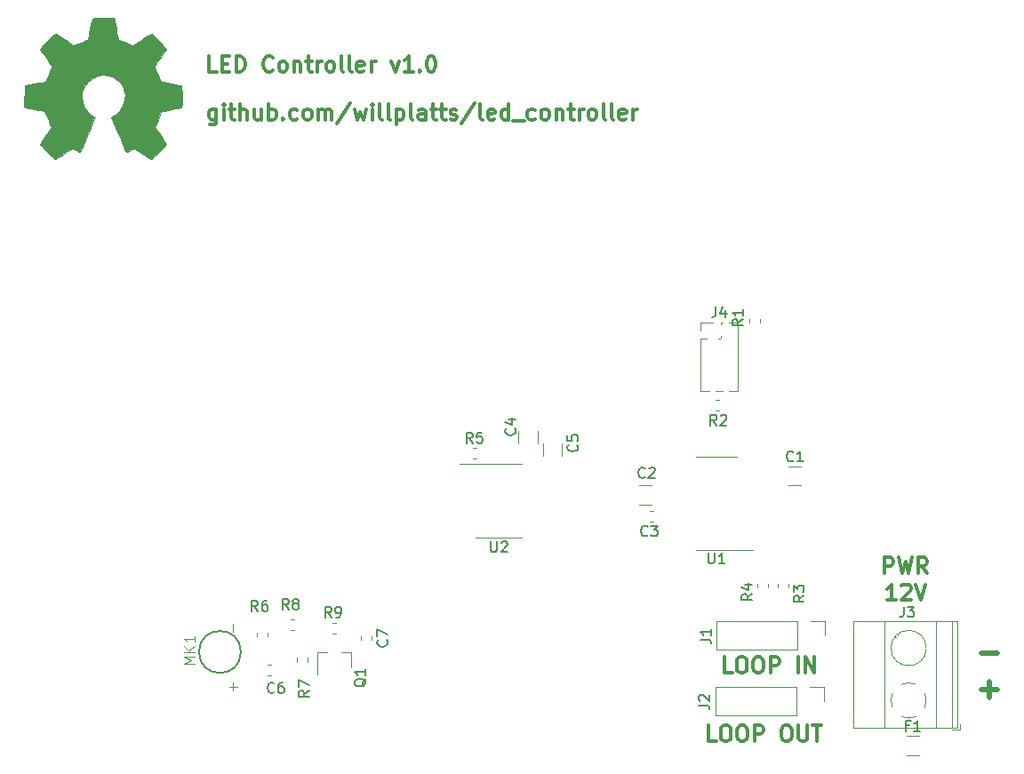
<source format=gto>
G04 #@! TF.GenerationSoftware,KiCad,Pcbnew,(5.1.2-1)-1*
G04 #@! TF.CreationDate,2019-08-17T07:29:06+01:00*
G04 #@! TF.ProjectId,led_controller,6c65645f-636f-46e7-9472-6f6c6c65722e,rev?*
G04 #@! TF.SameCoordinates,Original*
G04 #@! TF.FileFunction,Legend,Top*
G04 #@! TF.FilePolarity,Positive*
%FSLAX46Y46*%
G04 Gerber Fmt 4.6, Leading zero omitted, Abs format (unit mm)*
G04 Created by KiCad (PCBNEW (5.1.2-1)-1) date 2019-08-17 07:29:06*
%MOMM*%
%LPD*%
G04 APERTURE LIST*
%ADD10C,0.300000*%
%ADD11C,0.500000*%
%ADD12C,0.120000*%
%ADD13C,0.002540*%
%ADD14C,0.127000*%
%ADD15C,0.150000*%
%ADD16C,0.050000*%
G04 APERTURE END LIST*
D10*
X121064285Y-45903571D02*
X120349999Y-45903571D01*
X120349999Y-44403571D01*
X121564285Y-45117857D02*
X122064285Y-45117857D01*
X122278571Y-45903571D02*
X121564285Y-45903571D01*
X121564285Y-44403571D01*
X122278571Y-44403571D01*
X122921428Y-45903571D02*
X122921428Y-44403571D01*
X123278571Y-44403571D01*
X123492857Y-44475000D01*
X123635714Y-44617857D01*
X123707142Y-44760714D01*
X123778571Y-45046428D01*
X123778571Y-45260714D01*
X123707142Y-45546428D01*
X123635714Y-45689285D01*
X123492857Y-45832142D01*
X123278571Y-45903571D01*
X122921428Y-45903571D01*
X126421428Y-45760714D02*
X126349999Y-45832142D01*
X126135714Y-45903571D01*
X125992857Y-45903571D01*
X125778571Y-45832142D01*
X125635714Y-45689285D01*
X125564285Y-45546428D01*
X125492857Y-45260714D01*
X125492857Y-45046428D01*
X125564285Y-44760714D01*
X125635714Y-44617857D01*
X125778571Y-44475000D01*
X125992857Y-44403571D01*
X126135714Y-44403571D01*
X126349999Y-44475000D01*
X126421428Y-44546428D01*
X127278571Y-45903571D02*
X127135714Y-45832142D01*
X127064285Y-45760714D01*
X126992857Y-45617857D01*
X126992857Y-45189285D01*
X127064285Y-45046428D01*
X127135714Y-44975000D01*
X127278571Y-44903571D01*
X127492857Y-44903571D01*
X127635714Y-44975000D01*
X127707142Y-45046428D01*
X127778571Y-45189285D01*
X127778571Y-45617857D01*
X127707142Y-45760714D01*
X127635714Y-45832142D01*
X127492857Y-45903571D01*
X127278571Y-45903571D01*
X128421428Y-44903571D02*
X128421428Y-45903571D01*
X128421428Y-45046428D02*
X128492857Y-44975000D01*
X128635714Y-44903571D01*
X128849999Y-44903571D01*
X128992857Y-44975000D01*
X129064285Y-45117857D01*
X129064285Y-45903571D01*
X129564285Y-44903571D02*
X130135714Y-44903571D01*
X129778571Y-44403571D02*
X129778571Y-45689285D01*
X129849999Y-45832142D01*
X129992857Y-45903571D01*
X130135714Y-45903571D01*
X130635714Y-45903571D02*
X130635714Y-44903571D01*
X130635714Y-45189285D02*
X130707142Y-45046428D01*
X130778571Y-44975000D01*
X130921428Y-44903571D01*
X131064285Y-44903571D01*
X131778571Y-45903571D02*
X131635714Y-45832142D01*
X131564285Y-45760714D01*
X131492857Y-45617857D01*
X131492857Y-45189285D01*
X131564285Y-45046428D01*
X131635714Y-44975000D01*
X131778571Y-44903571D01*
X131992857Y-44903571D01*
X132135714Y-44975000D01*
X132207142Y-45046428D01*
X132278571Y-45189285D01*
X132278571Y-45617857D01*
X132207142Y-45760714D01*
X132135714Y-45832142D01*
X131992857Y-45903571D01*
X131778571Y-45903571D01*
X133135714Y-45903571D02*
X132992857Y-45832142D01*
X132921428Y-45689285D01*
X132921428Y-44403571D01*
X133921428Y-45903571D02*
X133778571Y-45832142D01*
X133707142Y-45689285D01*
X133707142Y-44403571D01*
X135064285Y-45832142D02*
X134921428Y-45903571D01*
X134635714Y-45903571D01*
X134492857Y-45832142D01*
X134421428Y-45689285D01*
X134421428Y-45117857D01*
X134492857Y-44975000D01*
X134635714Y-44903571D01*
X134921428Y-44903571D01*
X135064285Y-44975000D01*
X135135714Y-45117857D01*
X135135714Y-45260714D01*
X134421428Y-45403571D01*
X135778571Y-45903571D02*
X135778571Y-44903571D01*
X135778571Y-45189285D02*
X135850000Y-45046428D01*
X135921428Y-44975000D01*
X136064285Y-44903571D01*
X136207142Y-44903571D01*
X137707142Y-44903571D02*
X138064285Y-45903571D01*
X138421428Y-44903571D01*
X139778571Y-45903571D02*
X138921428Y-45903571D01*
X139350000Y-45903571D02*
X139350000Y-44403571D01*
X139207142Y-44617857D01*
X139064285Y-44760714D01*
X138921428Y-44832142D01*
X140421428Y-45760714D02*
X140492857Y-45832142D01*
X140421428Y-45903571D01*
X140350000Y-45832142D01*
X140421428Y-45760714D01*
X140421428Y-45903571D01*
X141421428Y-44403571D02*
X141564285Y-44403571D01*
X141707142Y-44475000D01*
X141778571Y-44546428D01*
X141850000Y-44689285D01*
X141921428Y-44975000D01*
X141921428Y-45332142D01*
X141850000Y-45617857D01*
X141778571Y-45760714D01*
X141707142Y-45832142D01*
X141564285Y-45903571D01*
X141421428Y-45903571D01*
X141278571Y-45832142D01*
X141207142Y-45760714D01*
X141135714Y-45617857D01*
X141064285Y-45332142D01*
X141064285Y-44975000D01*
X141135714Y-44689285D01*
X141207142Y-44546428D01*
X141278571Y-44475000D01*
X141421428Y-44403571D01*
X121032142Y-49453571D02*
X121032142Y-50667857D01*
X120960714Y-50810714D01*
X120889285Y-50882142D01*
X120746428Y-50953571D01*
X120532142Y-50953571D01*
X120389285Y-50882142D01*
X121032142Y-50382142D02*
X120889285Y-50453571D01*
X120603571Y-50453571D01*
X120460714Y-50382142D01*
X120389285Y-50310714D01*
X120317857Y-50167857D01*
X120317857Y-49739285D01*
X120389285Y-49596428D01*
X120460714Y-49525000D01*
X120603571Y-49453571D01*
X120889285Y-49453571D01*
X121032142Y-49525000D01*
X121746428Y-50453571D02*
X121746428Y-49453571D01*
X121746428Y-48953571D02*
X121675000Y-49025000D01*
X121746428Y-49096428D01*
X121817857Y-49025000D01*
X121746428Y-48953571D01*
X121746428Y-49096428D01*
X122246428Y-49453571D02*
X122817857Y-49453571D01*
X122460714Y-48953571D02*
X122460714Y-50239285D01*
X122532142Y-50382142D01*
X122675000Y-50453571D01*
X122817857Y-50453571D01*
X123317857Y-50453571D02*
X123317857Y-48953571D01*
X123960714Y-50453571D02*
X123960714Y-49667857D01*
X123889285Y-49525000D01*
X123746428Y-49453571D01*
X123532142Y-49453571D01*
X123389285Y-49525000D01*
X123317857Y-49596428D01*
X125317857Y-49453571D02*
X125317857Y-50453571D01*
X124675000Y-49453571D02*
X124675000Y-50239285D01*
X124746428Y-50382142D01*
X124889285Y-50453571D01*
X125103571Y-50453571D01*
X125246428Y-50382142D01*
X125317857Y-50310714D01*
X126032142Y-50453571D02*
X126032142Y-48953571D01*
X126032142Y-49525000D02*
X126175000Y-49453571D01*
X126460714Y-49453571D01*
X126603571Y-49525000D01*
X126675000Y-49596428D01*
X126746428Y-49739285D01*
X126746428Y-50167857D01*
X126675000Y-50310714D01*
X126603571Y-50382142D01*
X126460714Y-50453571D01*
X126175000Y-50453571D01*
X126032142Y-50382142D01*
X127389285Y-50310714D02*
X127460714Y-50382142D01*
X127389285Y-50453571D01*
X127317857Y-50382142D01*
X127389285Y-50310714D01*
X127389285Y-50453571D01*
X128746428Y-50382142D02*
X128603571Y-50453571D01*
X128317857Y-50453571D01*
X128175000Y-50382142D01*
X128103571Y-50310714D01*
X128032142Y-50167857D01*
X128032142Y-49739285D01*
X128103571Y-49596428D01*
X128175000Y-49525000D01*
X128317857Y-49453571D01*
X128603571Y-49453571D01*
X128746428Y-49525000D01*
X129603571Y-50453571D02*
X129460714Y-50382142D01*
X129389285Y-50310714D01*
X129317857Y-50167857D01*
X129317857Y-49739285D01*
X129389285Y-49596428D01*
X129460714Y-49525000D01*
X129603571Y-49453571D01*
X129817857Y-49453571D01*
X129960714Y-49525000D01*
X130032142Y-49596428D01*
X130103571Y-49739285D01*
X130103571Y-50167857D01*
X130032142Y-50310714D01*
X129960714Y-50382142D01*
X129817857Y-50453571D01*
X129603571Y-50453571D01*
X130746428Y-50453571D02*
X130746428Y-49453571D01*
X130746428Y-49596428D02*
X130817857Y-49525000D01*
X130960714Y-49453571D01*
X131175000Y-49453571D01*
X131317857Y-49525000D01*
X131389285Y-49667857D01*
X131389285Y-50453571D01*
X131389285Y-49667857D02*
X131460714Y-49525000D01*
X131603571Y-49453571D01*
X131817857Y-49453571D01*
X131960714Y-49525000D01*
X132032142Y-49667857D01*
X132032142Y-50453571D01*
X133817857Y-48882142D02*
X132532142Y-50810714D01*
X134175000Y-49453571D02*
X134460714Y-50453571D01*
X134746428Y-49739285D01*
X135032142Y-50453571D01*
X135317857Y-49453571D01*
X135889285Y-50453571D02*
X135889285Y-49453571D01*
X135889285Y-48953571D02*
X135817857Y-49025000D01*
X135889285Y-49096428D01*
X135960714Y-49025000D01*
X135889285Y-48953571D01*
X135889285Y-49096428D01*
X136817857Y-50453571D02*
X136675000Y-50382142D01*
X136603571Y-50239285D01*
X136603571Y-48953571D01*
X137603571Y-50453571D02*
X137460714Y-50382142D01*
X137389285Y-50239285D01*
X137389285Y-48953571D01*
X138175000Y-49453571D02*
X138175000Y-50953571D01*
X138175000Y-49525000D02*
X138317857Y-49453571D01*
X138603571Y-49453571D01*
X138746428Y-49525000D01*
X138817857Y-49596428D01*
X138889285Y-49739285D01*
X138889285Y-50167857D01*
X138817857Y-50310714D01*
X138746428Y-50382142D01*
X138603571Y-50453571D01*
X138317857Y-50453571D01*
X138175000Y-50382142D01*
X139746428Y-50453571D02*
X139603571Y-50382142D01*
X139532142Y-50239285D01*
X139532142Y-48953571D01*
X140960714Y-50453571D02*
X140960714Y-49667857D01*
X140889285Y-49525000D01*
X140746428Y-49453571D01*
X140460714Y-49453571D01*
X140317857Y-49525000D01*
X140960714Y-50382142D02*
X140817857Y-50453571D01*
X140460714Y-50453571D01*
X140317857Y-50382142D01*
X140246428Y-50239285D01*
X140246428Y-50096428D01*
X140317857Y-49953571D01*
X140460714Y-49882142D01*
X140817857Y-49882142D01*
X140960714Y-49810714D01*
X141460714Y-49453571D02*
X142032142Y-49453571D01*
X141675000Y-48953571D02*
X141675000Y-50239285D01*
X141746428Y-50382142D01*
X141889285Y-50453571D01*
X142032142Y-50453571D01*
X142317857Y-49453571D02*
X142889285Y-49453571D01*
X142532142Y-48953571D02*
X142532142Y-50239285D01*
X142603571Y-50382142D01*
X142746428Y-50453571D01*
X142889285Y-50453571D01*
X143317857Y-50382142D02*
X143460714Y-50453571D01*
X143746428Y-50453571D01*
X143889285Y-50382142D01*
X143960714Y-50239285D01*
X143960714Y-50167857D01*
X143889285Y-50025000D01*
X143746428Y-49953571D01*
X143532142Y-49953571D01*
X143389285Y-49882142D01*
X143317857Y-49739285D01*
X143317857Y-49667857D01*
X143389285Y-49525000D01*
X143532142Y-49453571D01*
X143746428Y-49453571D01*
X143889285Y-49525000D01*
X145675000Y-48882142D02*
X144389285Y-50810714D01*
X146389285Y-50453571D02*
X146246428Y-50382142D01*
X146175000Y-50239285D01*
X146175000Y-48953571D01*
X147532142Y-50382142D02*
X147389285Y-50453571D01*
X147103571Y-50453571D01*
X146960714Y-50382142D01*
X146889285Y-50239285D01*
X146889285Y-49667857D01*
X146960714Y-49525000D01*
X147103571Y-49453571D01*
X147389285Y-49453571D01*
X147532142Y-49525000D01*
X147603571Y-49667857D01*
X147603571Y-49810714D01*
X146889285Y-49953571D01*
X148889285Y-50453571D02*
X148889285Y-48953571D01*
X148889285Y-50382142D02*
X148746428Y-50453571D01*
X148460714Y-50453571D01*
X148317857Y-50382142D01*
X148246428Y-50310714D01*
X148175000Y-50167857D01*
X148175000Y-49739285D01*
X148246428Y-49596428D01*
X148317857Y-49525000D01*
X148460714Y-49453571D01*
X148746428Y-49453571D01*
X148889285Y-49525000D01*
X149246428Y-50596428D02*
X150389285Y-50596428D01*
X151389285Y-50382142D02*
X151246428Y-50453571D01*
X150960714Y-50453571D01*
X150817857Y-50382142D01*
X150746428Y-50310714D01*
X150675000Y-50167857D01*
X150675000Y-49739285D01*
X150746428Y-49596428D01*
X150817857Y-49525000D01*
X150960714Y-49453571D01*
X151246428Y-49453571D01*
X151389285Y-49525000D01*
X152246428Y-50453571D02*
X152103571Y-50382142D01*
X152032142Y-50310714D01*
X151960714Y-50167857D01*
X151960714Y-49739285D01*
X152032142Y-49596428D01*
X152103571Y-49525000D01*
X152246428Y-49453571D01*
X152460714Y-49453571D01*
X152603571Y-49525000D01*
X152675000Y-49596428D01*
X152746428Y-49739285D01*
X152746428Y-50167857D01*
X152675000Y-50310714D01*
X152603571Y-50382142D01*
X152460714Y-50453571D01*
X152246428Y-50453571D01*
X153389285Y-49453571D02*
X153389285Y-50453571D01*
X153389285Y-49596428D02*
X153460714Y-49525000D01*
X153603571Y-49453571D01*
X153817857Y-49453571D01*
X153960714Y-49525000D01*
X154032142Y-49667857D01*
X154032142Y-50453571D01*
X154532142Y-49453571D02*
X155103571Y-49453571D01*
X154746428Y-48953571D02*
X154746428Y-50239285D01*
X154817857Y-50382142D01*
X154960714Y-50453571D01*
X155103571Y-50453571D01*
X155603571Y-50453571D02*
X155603571Y-49453571D01*
X155603571Y-49739285D02*
X155675000Y-49596428D01*
X155746428Y-49525000D01*
X155889285Y-49453571D01*
X156032142Y-49453571D01*
X156746428Y-50453571D02*
X156603571Y-50382142D01*
X156532142Y-50310714D01*
X156460714Y-50167857D01*
X156460714Y-49739285D01*
X156532142Y-49596428D01*
X156603571Y-49525000D01*
X156746428Y-49453571D01*
X156960714Y-49453571D01*
X157103571Y-49525000D01*
X157175000Y-49596428D01*
X157246428Y-49739285D01*
X157246428Y-50167857D01*
X157175000Y-50310714D01*
X157103571Y-50382142D01*
X156960714Y-50453571D01*
X156746428Y-50453571D01*
X158103571Y-50453571D02*
X157960714Y-50382142D01*
X157889285Y-50239285D01*
X157889285Y-48953571D01*
X158889285Y-50453571D02*
X158746428Y-50382142D01*
X158675000Y-50239285D01*
X158675000Y-48953571D01*
X160032142Y-50382142D02*
X159889285Y-50453571D01*
X159603571Y-50453571D01*
X159460714Y-50382142D01*
X159389285Y-50239285D01*
X159389285Y-49667857D01*
X159460714Y-49525000D01*
X159603571Y-49453571D01*
X159889285Y-49453571D01*
X160032142Y-49525000D01*
X160103571Y-49667857D01*
X160103571Y-49810714D01*
X159389285Y-49953571D01*
X160746428Y-50453571D02*
X160746428Y-49453571D01*
X160746428Y-49739285D02*
X160817857Y-49596428D01*
X160889285Y-49525000D01*
X161032142Y-49453571D01*
X161175000Y-49453571D01*
X184675000Y-93678571D02*
X184675000Y-92178571D01*
X185246428Y-92178571D01*
X185389285Y-92250000D01*
X185460714Y-92321428D01*
X185532142Y-92464285D01*
X185532142Y-92678571D01*
X185460714Y-92821428D01*
X185389285Y-92892857D01*
X185246428Y-92964285D01*
X184675000Y-92964285D01*
X186032142Y-92178571D02*
X186389285Y-93678571D01*
X186675000Y-92607142D01*
X186960714Y-93678571D01*
X187317857Y-92178571D01*
X188746428Y-93678571D02*
X188246428Y-92964285D01*
X187889285Y-93678571D02*
X187889285Y-92178571D01*
X188460714Y-92178571D01*
X188603571Y-92250000D01*
X188675000Y-92321428D01*
X188746428Y-92464285D01*
X188746428Y-92678571D01*
X188675000Y-92821428D01*
X188603571Y-92892857D01*
X188460714Y-92964285D01*
X187889285Y-92964285D01*
X185746428Y-96228571D02*
X184889285Y-96228571D01*
X185317857Y-96228571D02*
X185317857Y-94728571D01*
X185175000Y-94942857D01*
X185032142Y-95085714D01*
X184889285Y-95157142D01*
X186317857Y-94871428D02*
X186389285Y-94800000D01*
X186532142Y-94728571D01*
X186889285Y-94728571D01*
X187032142Y-94800000D01*
X187103571Y-94871428D01*
X187175000Y-95014285D01*
X187175000Y-95157142D01*
X187103571Y-95371428D01*
X186246428Y-96228571D01*
X187175000Y-96228571D01*
X187603571Y-94728571D02*
X188103571Y-96228571D01*
X188603571Y-94728571D01*
D11*
X193863095Y-101292857D02*
X195386904Y-101292857D01*
X193863095Y-104792857D02*
X195386904Y-104792857D01*
X194625000Y-105554761D02*
X194625000Y-104030952D01*
D10*
X168628571Y-109678571D02*
X167914285Y-109678571D01*
X167914285Y-108178571D01*
X169414285Y-108178571D02*
X169700000Y-108178571D01*
X169842857Y-108250000D01*
X169985714Y-108392857D01*
X170057142Y-108678571D01*
X170057142Y-109178571D01*
X169985714Y-109464285D01*
X169842857Y-109607142D01*
X169700000Y-109678571D01*
X169414285Y-109678571D01*
X169271428Y-109607142D01*
X169128571Y-109464285D01*
X169057142Y-109178571D01*
X169057142Y-108678571D01*
X169128571Y-108392857D01*
X169271428Y-108250000D01*
X169414285Y-108178571D01*
X170985714Y-108178571D02*
X171271428Y-108178571D01*
X171414285Y-108250000D01*
X171557142Y-108392857D01*
X171628571Y-108678571D01*
X171628571Y-109178571D01*
X171557142Y-109464285D01*
X171414285Y-109607142D01*
X171271428Y-109678571D01*
X170985714Y-109678571D01*
X170842857Y-109607142D01*
X170700000Y-109464285D01*
X170628571Y-109178571D01*
X170628571Y-108678571D01*
X170700000Y-108392857D01*
X170842857Y-108250000D01*
X170985714Y-108178571D01*
X172271428Y-109678571D02*
X172271428Y-108178571D01*
X172842857Y-108178571D01*
X172985714Y-108250000D01*
X173057142Y-108321428D01*
X173128571Y-108464285D01*
X173128571Y-108678571D01*
X173057142Y-108821428D01*
X172985714Y-108892857D01*
X172842857Y-108964285D01*
X172271428Y-108964285D01*
X175200000Y-108178571D02*
X175485714Y-108178571D01*
X175628571Y-108250000D01*
X175771428Y-108392857D01*
X175842857Y-108678571D01*
X175842857Y-109178571D01*
X175771428Y-109464285D01*
X175628571Y-109607142D01*
X175485714Y-109678571D01*
X175200000Y-109678571D01*
X175057142Y-109607142D01*
X174914285Y-109464285D01*
X174842857Y-109178571D01*
X174842857Y-108678571D01*
X174914285Y-108392857D01*
X175057142Y-108250000D01*
X175200000Y-108178571D01*
X176485714Y-108178571D02*
X176485714Y-109392857D01*
X176557142Y-109535714D01*
X176628571Y-109607142D01*
X176771428Y-109678571D01*
X177057142Y-109678571D01*
X177200000Y-109607142D01*
X177271428Y-109535714D01*
X177342857Y-109392857D01*
X177342857Y-108178571D01*
X177842857Y-108178571D02*
X178700000Y-108178571D01*
X178271428Y-109678571D02*
X178271428Y-108178571D01*
X170153571Y-103153571D02*
X169439285Y-103153571D01*
X169439285Y-101653571D01*
X170939285Y-101653571D02*
X171225000Y-101653571D01*
X171367857Y-101725000D01*
X171510714Y-101867857D01*
X171582142Y-102153571D01*
X171582142Y-102653571D01*
X171510714Y-102939285D01*
X171367857Y-103082142D01*
X171225000Y-103153571D01*
X170939285Y-103153571D01*
X170796428Y-103082142D01*
X170653571Y-102939285D01*
X170582142Y-102653571D01*
X170582142Y-102153571D01*
X170653571Y-101867857D01*
X170796428Y-101725000D01*
X170939285Y-101653571D01*
X172510714Y-101653571D02*
X172796428Y-101653571D01*
X172939285Y-101725000D01*
X173082142Y-101867857D01*
X173153571Y-102153571D01*
X173153571Y-102653571D01*
X173082142Y-102939285D01*
X172939285Y-103082142D01*
X172796428Y-103153571D01*
X172510714Y-103153571D01*
X172367857Y-103082142D01*
X172225000Y-102939285D01*
X172153571Y-102653571D01*
X172153571Y-102153571D01*
X172225000Y-101867857D01*
X172367857Y-101725000D01*
X172510714Y-101653571D01*
X173796428Y-103153571D02*
X173796428Y-101653571D01*
X174367857Y-101653571D01*
X174510714Y-101725000D01*
X174582142Y-101796428D01*
X174653571Y-101939285D01*
X174653571Y-102153571D01*
X174582142Y-102296428D01*
X174510714Y-102367857D01*
X174367857Y-102439285D01*
X173796428Y-102439285D01*
X176439285Y-103153571D02*
X176439285Y-101653571D01*
X177153571Y-103153571D02*
X177153571Y-101653571D01*
X178010714Y-103153571D01*
X178010714Y-101653571D01*
D12*
X147887500Y-90285000D02*
X150087500Y-90285000D01*
X147887500Y-90285000D02*
X145687500Y-90285000D01*
X147887500Y-83265000D02*
X150087500Y-83265000D01*
X147887500Y-83265000D02*
X144237500Y-83265000D01*
D13*
G36*
X105703400Y-54238620D02*
G01*
X105782140Y-54195440D01*
X105957400Y-54086220D01*
X106208860Y-53921120D01*
X106503500Y-53723000D01*
X106800680Y-53522340D01*
X107044520Y-53359780D01*
X107217240Y-53250560D01*
X107288360Y-53209920D01*
X107326460Y-53222620D01*
X107468700Y-53291200D01*
X107671900Y-53397880D01*
X107791280Y-53458840D01*
X107979240Y-53540120D01*
X108073220Y-53557900D01*
X108088460Y-53532500D01*
X108157040Y-53387720D01*
X108266260Y-53141340D01*
X108405960Y-52816220D01*
X108568520Y-52435220D01*
X108741240Y-52026280D01*
X108916500Y-51607180D01*
X109081600Y-51208400D01*
X109228920Y-50847720D01*
X109345760Y-50555620D01*
X109424500Y-50354960D01*
X109452440Y-50266060D01*
X109444820Y-50248280D01*
X109350840Y-50156840D01*
X109185740Y-50032380D01*
X108832680Y-49745360D01*
X108482160Y-49308480D01*
X108266260Y-48810640D01*
X108197680Y-48259460D01*
X108256100Y-47748920D01*
X108459300Y-47253620D01*
X108799660Y-46811660D01*
X109216220Y-46484000D01*
X109703900Y-46275720D01*
X110250000Y-46207140D01*
X110773240Y-46268100D01*
X111276160Y-46466220D01*
X111718120Y-46801500D01*
X111903540Y-47017400D01*
X112162620Y-47466980D01*
X112307400Y-47947040D01*
X112325180Y-48068960D01*
X112302320Y-48594740D01*
X112147380Y-49100200D01*
X111867980Y-49552320D01*
X111481900Y-49923160D01*
X111433640Y-49956180D01*
X111255840Y-50090800D01*
X111133920Y-50182240D01*
X111042480Y-50258440D01*
X111713040Y-51873880D01*
X111819720Y-52130420D01*
X112002600Y-52572380D01*
X112165160Y-52953380D01*
X112294700Y-53255640D01*
X112383600Y-53456300D01*
X112424240Y-53537580D01*
X112426780Y-53542660D01*
X112485200Y-53552820D01*
X112609660Y-53509640D01*
X112835720Y-53397880D01*
X112983040Y-53321680D01*
X113155760Y-53240400D01*
X113231960Y-53209920D01*
X113298000Y-53245480D01*
X113463100Y-53352160D01*
X113701860Y-53512180D01*
X113991420Y-53707760D01*
X114265740Y-53895720D01*
X114519740Y-54063360D01*
X114705160Y-54180200D01*
X114791520Y-54228460D01*
X114806760Y-54228460D01*
X114888040Y-54182740D01*
X115030280Y-54063360D01*
X115251260Y-53855080D01*
X115563680Y-53547740D01*
X115609400Y-53502020D01*
X115865940Y-53240400D01*
X116074220Y-53021960D01*
X116213920Y-52867020D01*
X116262180Y-52795900D01*
X116216460Y-52707000D01*
X116102160Y-52524120D01*
X115934520Y-52267580D01*
X115728780Y-51967860D01*
X115195380Y-51190620D01*
X115487480Y-50459100D01*
X115578920Y-50233040D01*
X115693220Y-49961260D01*
X115777040Y-49768220D01*
X115820220Y-49681860D01*
X115901500Y-49653920D01*
X116102160Y-49605660D01*
X116391720Y-49544700D01*
X116739700Y-49481200D01*
X117069900Y-49420240D01*
X117369620Y-49364360D01*
X117585520Y-49321180D01*
X117682040Y-49303400D01*
X117704900Y-49288160D01*
X117725220Y-49242440D01*
X117737920Y-49140840D01*
X117745540Y-48957960D01*
X117748080Y-48673480D01*
X117748080Y-48259460D01*
X117748080Y-48213740D01*
X117745540Y-47820040D01*
X117737920Y-47505080D01*
X117725220Y-47299340D01*
X117712520Y-47218060D01*
X117618540Y-47195200D01*
X117407720Y-47149480D01*
X117110540Y-47091060D01*
X116752400Y-47025020D01*
X116732080Y-47019940D01*
X116376480Y-46951360D01*
X116079300Y-46887860D01*
X115871020Y-46842140D01*
X115784660Y-46814200D01*
X115764340Y-46788800D01*
X115693220Y-46649100D01*
X115591620Y-46430660D01*
X115474780Y-46161420D01*
X115357940Y-45882020D01*
X115258880Y-45633100D01*
X115190300Y-45445140D01*
X115169980Y-45361320D01*
X115172520Y-45358780D01*
X115225860Y-45272420D01*
X115347780Y-45089540D01*
X115520500Y-44835540D01*
X115726240Y-44533280D01*
X115741480Y-44510420D01*
X115944680Y-44210700D01*
X116112320Y-43956700D01*
X116221540Y-43776360D01*
X116262180Y-43695080D01*
X116262180Y-43690000D01*
X116193600Y-43598560D01*
X116041200Y-43428380D01*
X115822760Y-43199780D01*
X115561140Y-42935620D01*
X115477320Y-42854340D01*
X115185220Y-42569860D01*
X114982020Y-42384440D01*
X114857560Y-42282840D01*
X114796600Y-42262520D01*
X114794060Y-42262520D01*
X114705160Y-42318400D01*
X114514660Y-42440320D01*
X114258120Y-42615580D01*
X113953320Y-42821320D01*
X113933000Y-42836560D01*
X113633280Y-43039760D01*
X113381820Y-43209940D01*
X113206560Y-43326780D01*
X113127820Y-43372500D01*
X113115120Y-43372500D01*
X112993200Y-43336940D01*
X112779840Y-43263280D01*
X112518220Y-43161680D01*
X112238820Y-43049920D01*
X111987360Y-42943240D01*
X111799400Y-42856880D01*
X111710500Y-42806080D01*
X111707960Y-42803540D01*
X111674940Y-42694320D01*
X111624140Y-42470800D01*
X111560640Y-42160920D01*
X111489520Y-41795160D01*
X111479360Y-41736740D01*
X111410780Y-41378600D01*
X111354900Y-41083960D01*
X111311720Y-40878220D01*
X111291400Y-40794400D01*
X111240600Y-40784240D01*
X111065340Y-40771540D01*
X110798640Y-40763920D01*
X110476060Y-40761380D01*
X110135700Y-40761380D01*
X109805500Y-40769000D01*
X109521020Y-40779160D01*
X109320360Y-40794400D01*
X109234000Y-40809640D01*
X109231460Y-40814720D01*
X109200980Y-40926480D01*
X109150180Y-41150000D01*
X109086680Y-41462420D01*
X109018100Y-41828180D01*
X109005400Y-41894220D01*
X108936820Y-42249820D01*
X108878400Y-42541920D01*
X108835220Y-42745120D01*
X108812360Y-42823860D01*
X108779340Y-42839100D01*
X108632020Y-42905140D01*
X108393260Y-43004200D01*
X108098620Y-43123580D01*
X107410280Y-43400440D01*
X106569540Y-42823860D01*
X106493340Y-42770520D01*
X106188540Y-42564780D01*
X105939620Y-42399680D01*
X105766900Y-42287920D01*
X105695780Y-42247280D01*
X105690700Y-42249820D01*
X105606880Y-42323480D01*
X105439240Y-42480960D01*
X105213180Y-42701940D01*
X104946480Y-42966100D01*
X104750900Y-43161680D01*
X104519760Y-43397900D01*
X104372440Y-43557920D01*
X104291160Y-43659520D01*
X104263220Y-43720480D01*
X104270840Y-43761120D01*
X104324180Y-43847480D01*
X104448640Y-44032900D01*
X104621360Y-44289440D01*
X104827100Y-44586620D01*
X104994740Y-44835540D01*
X105177620Y-45117480D01*
X105297000Y-45320680D01*
X105337640Y-45417200D01*
X105327480Y-45457840D01*
X105269060Y-45622940D01*
X105167460Y-45871860D01*
X105043000Y-46169040D01*
X104748360Y-46834520D01*
X104311480Y-46920880D01*
X104047320Y-46969140D01*
X103679020Y-47040260D01*
X103323420Y-47108840D01*
X102769700Y-47218060D01*
X102751920Y-49250060D01*
X102835740Y-49288160D01*
X102917020Y-49308480D01*
X103122760Y-49354200D01*
X103414860Y-49412620D01*
X103760300Y-49478660D01*
X104054940Y-49532000D01*
X104352120Y-49587880D01*
X104562940Y-49631060D01*
X104656920Y-49651380D01*
X104682320Y-49681860D01*
X104755980Y-49826640D01*
X104860120Y-50052700D01*
X104979500Y-50327020D01*
X105098880Y-50614040D01*
X105203020Y-50875660D01*
X105274140Y-51073780D01*
X105302080Y-51177920D01*
X105261440Y-51256660D01*
X105149680Y-51431920D01*
X104987120Y-51678300D01*
X104783920Y-51972940D01*
X104583260Y-52267580D01*
X104413080Y-52519040D01*
X104293700Y-52701920D01*
X104245440Y-52783200D01*
X104270840Y-52839080D01*
X104387680Y-52981320D01*
X104611200Y-53212460D01*
X104941400Y-53540120D01*
X104994740Y-53590920D01*
X105258900Y-53844920D01*
X105479880Y-54048120D01*
X105634820Y-54187820D01*
X105703400Y-54238620D01*
X105703400Y-54238620D01*
G37*
X105703400Y-54238620D02*
X105782140Y-54195440D01*
X105957400Y-54086220D01*
X106208860Y-53921120D01*
X106503500Y-53723000D01*
X106800680Y-53522340D01*
X107044520Y-53359780D01*
X107217240Y-53250560D01*
X107288360Y-53209920D01*
X107326460Y-53222620D01*
X107468700Y-53291200D01*
X107671900Y-53397880D01*
X107791280Y-53458840D01*
X107979240Y-53540120D01*
X108073220Y-53557900D01*
X108088460Y-53532500D01*
X108157040Y-53387720D01*
X108266260Y-53141340D01*
X108405960Y-52816220D01*
X108568520Y-52435220D01*
X108741240Y-52026280D01*
X108916500Y-51607180D01*
X109081600Y-51208400D01*
X109228920Y-50847720D01*
X109345760Y-50555620D01*
X109424500Y-50354960D01*
X109452440Y-50266060D01*
X109444820Y-50248280D01*
X109350840Y-50156840D01*
X109185740Y-50032380D01*
X108832680Y-49745360D01*
X108482160Y-49308480D01*
X108266260Y-48810640D01*
X108197680Y-48259460D01*
X108256100Y-47748920D01*
X108459300Y-47253620D01*
X108799660Y-46811660D01*
X109216220Y-46484000D01*
X109703900Y-46275720D01*
X110250000Y-46207140D01*
X110773240Y-46268100D01*
X111276160Y-46466220D01*
X111718120Y-46801500D01*
X111903540Y-47017400D01*
X112162620Y-47466980D01*
X112307400Y-47947040D01*
X112325180Y-48068960D01*
X112302320Y-48594740D01*
X112147380Y-49100200D01*
X111867980Y-49552320D01*
X111481900Y-49923160D01*
X111433640Y-49956180D01*
X111255840Y-50090800D01*
X111133920Y-50182240D01*
X111042480Y-50258440D01*
X111713040Y-51873880D01*
X111819720Y-52130420D01*
X112002600Y-52572380D01*
X112165160Y-52953380D01*
X112294700Y-53255640D01*
X112383600Y-53456300D01*
X112424240Y-53537580D01*
X112426780Y-53542660D01*
X112485200Y-53552820D01*
X112609660Y-53509640D01*
X112835720Y-53397880D01*
X112983040Y-53321680D01*
X113155760Y-53240400D01*
X113231960Y-53209920D01*
X113298000Y-53245480D01*
X113463100Y-53352160D01*
X113701860Y-53512180D01*
X113991420Y-53707760D01*
X114265740Y-53895720D01*
X114519740Y-54063360D01*
X114705160Y-54180200D01*
X114791520Y-54228460D01*
X114806760Y-54228460D01*
X114888040Y-54182740D01*
X115030280Y-54063360D01*
X115251260Y-53855080D01*
X115563680Y-53547740D01*
X115609400Y-53502020D01*
X115865940Y-53240400D01*
X116074220Y-53021960D01*
X116213920Y-52867020D01*
X116262180Y-52795900D01*
X116216460Y-52707000D01*
X116102160Y-52524120D01*
X115934520Y-52267580D01*
X115728780Y-51967860D01*
X115195380Y-51190620D01*
X115487480Y-50459100D01*
X115578920Y-50233040D01*
X115693220Y-49961260D01*
X115777040Y-49768220D01*
X115820220Y-49681860D01*
X115901500Y-49653920D01*
X116102160Y-49605660D01*
X116391720Y-49544700D01*
X116739700Y-49481200D01*
X117069900Y-49420240D01*
X117369620Y-49364360D01*
X117585520Y-49321180D01*
X117682040Y-49303400D01*
X117704900Y-49288160D01*
X117725220Y-49242440D01*
X117737920Y-49140840D01*
X117745540Y-48957960D01*
X117748080Y-48673480D01*
X117748080Y-48259460D01*
X117748080Y-48213740D01*
X117745540Y-47820040D01*
X117737920Y-47505080D01*
X117725220Y-47299340D01*
X117712520Y-47218060D01*
X117618540Y-47195200D01*
X117407720Y-47149480D01*
X117110540Y-47091060D01*
X116752400Y-47025020D01*
X116732080Y-47019940D01*
X116376480Y-46951360D01*
X116079300Y-46887860D01*
X115871020Y-46842140D01*
X115784660Y-46814200D01*
X115764340Y-46788800D01*
X115693220Y-46649100D01*
X115591620Y-46430660D01*
X115474780Y-46161420D01*
X115357940Y-45882020D01*
X115258880Y-45633100D01*
X115190300Y-45445140D01*
X115169980Y-45361320D01*
X115172520Y-45358780D01*
X115225860Y-45272420D01*
X115347780Y-45089540D01*
X115520500Y-44835540D01*
X115726240Y-44533280D01*
X115741480Y-44510420D01*
X115944680Y-44210700D01*
X116112320Y-43956700D01*
X116221540Y-43776360D01*
X116262180Y-43695080D01*
X116262180Y-43690000D01*
X116193600Y-43598560D01*
X116041200Y-43428380D01*
X115822760Y-43199780D01*
X115561140Y-42935620D01*
X115477320Y-42854340D01*
X115185220Y-42569860D01*
X114982020Y-42384440D01*
X114857560Y-42282840D01*
X114796600Y-42262520D01*
X114794060Y-42262520D01*
X114705160Y-42318400D01*
X114514660Y-42440320D01*
X114258120Y-42615580D01*
X113953320Y-42821320D01*
X113933000Y-42836560D01*
X113633280Y-43039760D01*
X113381820Y-43209940D01*
X113206560Y-43326780D01*
X113127820Y-43372500D01*
X113115120Y-43372500D01*
X112993200Y-43336940D01*
X112779840Y-43263280D01*
X112518220Y-43161680D01*
X112238820Y-43049920D01*
X111987360Y-42943240D01*
X111799400Y-42856880D01*
X111710500Y-42806080D01*
X111707960Y-42803540D01*
X111674940Y-42694320D01*
X111624140Y-42470800D01*
X111560640Y-42160920D01*
X111489520Y-41795160D01*
X111479360Y-41736740D01*
X111410780Y-41378600D01*
X111354900Y-41083960D01*
X111311720Y-40878220D01*
X111291400Y-40794400D01*
X111240600Y-40784240D01*
X111065340Y-40771540D01*
X110798640Y-40763920D01*
X110476060Y-40761380D01*
X110135700Y-40761380D01*
X109805500Y-40769000D01*
X109521020Y-40779160D01*
X109320360Y-40794400D01*
X109234000Y-40809640D01*
X109231460Y-40814720D01*
X109200980Y-40926480D01*
X109150180Y-41150000D01*
X109086680Y-41462420D01*
X109018100Y-41828180D01*
X109005400Y-41894220D01*
X108936820Y-42249820D01*
X108878400Y-42541920D01*
X108835220Y-42745120D01*
X108812360Y-42823860D01*
X108779340Y-42839100D01*
X108632020Y-42905140D01*
X108393260Y-43004200D01*
X108098620Y-43123580D01*
X107410280Y-43400440D01*
X106569540Y-42823860D01*
X106493340Y-42770520D01*
X106188540Y-42564780D01*
X105939620Y-42399680D01*
X105766900Y-42287920D01*
X105695780Y-42247280D01*
X105690700Y-42249820D01*
X105606880Y-42323480D01*
X105439240Y-42480960D01*
X105213180Y-42701940D01*
X104946480Y-42966100D01*
X104750900Y-43161680D01*
X104519760Y-43397900D01*
X104372440Y-43557920D01*
X104291160Y-43659520D01*
X104263220Y-43720480D01*
X104270840Y-43761120D01*
X104324180Y-43847480D01*
X104448640Y-44032900D01*
X104621360Y-44289440D01*
X104827100Y-44586620D01*
X104994740Y-44835540D01*
X105177620Y-45117480D01*
X105297000Y-45320680D01*
X105337640Y-45417200D01*
X105327480Y-45457840D01*
X105269060Y-45622940D01*
X105167460Y-45871860D01*
X105043000Y-46169040D01*
X104748360Y-46834520D01*
X104311480Y-46920880D01*
X104047320Y-46969140D01*
X103679020Y-47040260D01*
X103323420Y-47108840D01*
X102769700Y-47218060D01*
X102751920Y-49250060D01*
X102835740Y-49288160D01*
X102917020Y-49308480D01*
X103122760Y-49354200D01*
X103414860Y-49412620D01*
X103760300Y-49478660D01*
X104054940Y-49532000D01*
X104352120Y-49587880D01*
X104562940Y-49631060D01*
X104656920Y-49651380D01*
X104682320Y-49681860D01*
X104755980Y-49826640D01*
X104860120Y-50052700D01*
X104979500Y-50327020D01*
X105098880Y-50614040D01*
X105203020Y-50875660D01*
X105274140Y-51073780D01*
X105302080Y-51177920D01*
X105261440Y-51256660D01*
X105149680Y-51431920D01*
X104987120Y-51678300D01*
X104783920Y-51972940D01*
X104583260Y-52267580D01*
X104413080Y-52519040D01*
X104293700Y-52701920D01*
X104245440Y-52783200D01*
X104270840Y-52839080D01*
X104387680Y-52981320D01*
X104611200Y-53212460D01*
X104941400Y-53540120D01*
X104994740Y-53590920D01*
X105258900Y-53844920D01*
X105479880Y-54048120D01*
X105634820Y-54187820D01*
X105703400Y-54238620D01*
D12*
X178905000Y-104520000D02*
X178905000Y-105850000D01*
X177575000Y-104520000D02*
X178905000Y-104520000D01*
X176305000Y-104520000D02*
X176305000Y-107180000D01*
X176305000Y-107180000D02*
X168625000Y-107180000D01*
X176305000Y-104520000D02*
X168625000Y-104520000D01*
X168625000Y-104520000D02*
X168625000Y-107180000D01*
X175547936Y-85310000D02*
X176752064Y-85310000D01*
X175547936Y-83490000D02*
X176752064Y-83490000D01*
X162514564Y-87110000D02*
X161310436Y-87110000D01*
X162514564Y-85290000D02*
X161310436Y-85290000D01*
X162671267Y-87740000D02*
X162328733Y-87740000D01*
X162671267Y-88760000D02*
X162328733Y-88760000D01*
X151635000Y-81302064D02*
X151635000Y-80097936D01*
X149815000Y-81302064D02*
X149815000Y-80097936D01*
X152140000Y-82477064D02*
X152140000Y-81272936D01*
X153960000Y-82477064D02*
X153960000Y-81272936D01*
X126221267Y-103435000D02*
X125878733Y-103435000D01*
X126221267Y-102415000D02*
X125878733Y-102415000D01*
X134765000Y-99996267D02*
X134765000Y-99653733D01*
X135785000Y-99996267D02*
X135785000Y-99653733D01*
X168700000Y-98270000D02*
X168700000Y-100930000D01*
X176380000Y-98270000D02*
X168700000Y-98270000D01*
X176380000Y-100930000D02*
X168700000Y-100930000D01*
X176380000Y-98270000D02*
X176380000Y-100930000D01*
X177650000Y-98270000D02*
X178980000Y-98270000D01*
X178980000Y-98270000D02*
X178980000Y-99600000D01*
X188509756Y-105116682D02*
G75*
G02X188655000Y-105800000I-1534756J-683318D01*
G01*
X186291958Y-104264574D02*
G75*
G02X187659000Y-104265000I683042J-1535426D01*
G01*
X185439574Y-106483042D02*
G75*
G02X185440000Y-105116000I1535426J683042D01*
G01*
X187658042Y-107335426D02*
G75*
G02X186291000Y-107335000I-683042J1535426D01*
G01*
X188655253Y-105771195D02*
G75*
G02X188510000Y-106484000I-1680253J-28805D01*
G01*
X188655000Y-100800000D02*
G75*
G03X188655000Y-100800000I-1680000J0D01*
G01*
X191075000Y-108360000D02*
X191075000Y-98240000D01*
X189575000Y-108360000D02*
X189575000Y-98240000D01*
X184674000Y-108360000D02*
X184674000Y-98240000D01*
X181714000Y-108360000D02*
X181714000Y-98240000D01*
X191635000Y-108360000D02*
X191635000Y-98240000D01*
X181714000Y-108360000D02*
X191635000Y-108360000D01*
X181714000Y-98240000D02*
X191635000Y-98240000D01*
X185906000Y-99525000D02*
X185952000Y-99572000D01*
X188214000Y-101834000D02*
X188249000Y-101869000D01*
X185700000Y-99730000D02*
X185736000Y-99765000D01*
X187998000Y-102027000D02*
X188044000Y-102074000D01*
X191135000Y-108600000D02*
X191875000Y-108600000D01*
X191875000Y-108600000D02*
X191875000Y-108100000D01*
X167170000Y-76300000D02*
X167992470Y-76300000D01*
X169877530Y-76300000D02*
X170700000Y-76300000D01*
X168607530Y-76300000D02*
X169262470Y-76300000D01*
X167170000Y-71285000D02*
X167170000Y-76300000D01*
X170700000Y-69830000D02*
X170700000Y-76300000D01*
X167170000Y-71285000D02*
X167736529Y-71285000D01*
X168863471Y-71285000D02*
X169006529Y-71285000D01*
X169060000Y-71231529D02*
X169060000Y-71088471D01*
X169060000Y-69961529D02*
X169060000Y-69830000D01*
X169060000Y-69830000D02*
X169262470Y-69830000D01*
X169877530Y-69830000D02*
X170700000Y-69830000D01*
X167170000Y-70525000D02*
X167170000Y-69765000D01*
X167170000Y-69765000D02*
X168300000Y-69765000D01*
X133855000Y-101165000D02*
X132925000Y-101165000D01*
X130695000Y-101165000D02*
X131625000Y-101165000D01*
X130695000Y-101165000D02*
X130695000Y-103325000D01*
X133855000Y-101165000D02*
X133855000Y-102625000D01*
X172810000Y-69428733D02*
X172810000Y-69771267D01*
X171790000Y-69428733D02*
X171790000Y-69771267D01*
X168578733Y-77165000D02*
X168921267Y-77165000D01*
X168578733Y-78185000D02*
X168921267Y-78185000D01*
X175510000Y-94996267D02*
X175510000Y-94653733D01*
X174490000Y-94996267D02*
X174490000Y-94653733D01*
X172540000Y-94996267D02*
X172540000Y-94653733D01*
X173560000Y-94996267D02*
X173560000Y-94653733D01*
X145428733Y-82760000D02*
X145771267Y-82760000D01*
X145428733Y-81740000D02*
X145771267Y-81740000D01*
X124865000Y-99303733D02*
X124865000Y-99646267D01*
X125885000Y-99303733D02*
X125885000Y-99646267D01*
X128665000Y-101753733D02*
X128665000Y-102096267D01*
X129685000Y-101753733D02*
X129685000Y-102096267D01*
X128103733Y-98065000D02*
X128446267Y-98065000D01*
X128103733Y-99085000D02*
X128446267Y-99085000D01*
X132446267Y-99435000D02*
X132103733Y-99435000D01*
X132446267Y-98415000D02*
X132103733Y-98415000D01*
X168650000Y-82565000D02*
X166700000Y-82565000D01*
X168650000Y-82565000D02*
X170600000Y-82565000D01*
X168650000Y-91435000D02*
X166700000Y-91435000D01*
X168650000Y-91435000D02*
X172100000Y-91435000D01*
X186760436Y-109165000D02*
X187964564Y-109165000D01*
X186760436Y-110985000D02*
X187964564Y-110985000D01*
D14*
X123375000Y-101175000D02*
G75*
G03X123375000Y-101175000I-2000000J0D01*
G01*
D15*
X147188095Y-90652380D02*
X147188095Y-91461904D01*
X147235714Y-91557142D01*
X147283333Y-91604761D01*
X147378571Y-91652380D01*
X147569047Y-91652380D01*
X147664285Y-91604761D01*
X147711904Y-91557142D01*
X147759523Y-91461904D01*
X147759523Y-90652380D01*
X148188095Y-90747619D02*
X148235714Y-90700000D01*
X148330952Y-90652380D01*
X148569047Y-90652380D01*
X148664285Y-90700000D01*
X148711904Y-90747619D01*
X148759523Y-90842857D01*
X148759523Y-90938095D01*
X148711904Y-91080952D01*
X148140476Y-91652380D01*
X148759523Y-91652380D01*
X167002380Y-106258333D02*
X167716666Y-106258333D01*
X167859523Y-106305952D01*
X167954761Y-106401190D01*
X168002380Y-106544047D01*
X168002380Y-106639285D01*
X167097619Y-105829761D02*
X167050000Y-105782142D01*
X167002380Y-105686904D01*
X167002380Y-105448809D01*
X167050000Y-105353571D01*
X167097619Y-105305952D01*
X167192857Y-105258333D01*
X167288095Y-105258333D01*
X167430952Y-105305952D01*
X168002380Y-105877380D01*
X168002380Y-105258333D01*
X175983333Y-82937142D02*
X175935714Y-82984761D01*
X175792857Y-83032380D01*
X175697619Y-83032380D01*
X175554761Y-82984761D01*
X175459523Y-82889523D01*
X175411904Y-82794285D01*
X175364285Y-82603809D01*
X175364285Y-82460952D01*
X175411904Y-82270476D01*
X175459523Y-82175238D01*
X175554761Y-82080000D01*
X175697619Y-82032380D01*
X175792857Y-82032380D01*
X175935714Y-82080000D01*
X175983333Y-82127619D01*
X176935714Y-83032380D02*
X176364285Y-83032380D01*
X176650000Y-83032380D02*
X176650000Y-82032380D01*
X176554761Y-82175238D01*
X176459523Y-82270476D01*
X176364285Y-82318095D01*
X161858333Y-84507142D02*
X161810714Y-84554761D01*
X161667857Y-84602380D01*
X161572619Y-84602380D01*
X161429761Y-84554761D01*
X161334523Y-84459523D01*
X161286904Y-84364285D01*
X161239285Y-84173809D01*
X161239285Y-84030952D01*
X161286904Y-83840476D01*
X161334523Y-83745238D01*
X161429761Y-83650000D01*
X161572619Y-83602380D01*
X161667857Y-83602380D01*
X161810714Y-83650000D01*
X161858333Y-83697619D01*
X162239285Y-83697619D02*
X162286904Y-83650000D01*
X162382142Y-83602380D01*
X162620238Y-83602380D01*
X162715476Y-83650000D01*
X162763095Y-83697619D01*
X162810714Y-83792857D01*
X162810714Y-83888095D01*
X162763095Y-84030952D01*
X162191666Y-84602380D01*
X162810714Y-84602380D01*
X162108333Y-90057142D02*
X162060714Y-90104761D01*
X161917857Y-90152380D01*
X161822619Y-90152380D01*
X161679761Y-90104761D01*
X161584523Y-90009523D01*
X161536904Y-89914285D01*
X161489285Y-89723809D01*
X161489285Y-89580952D01*
X161536904Y-89390476D01*
X161584523Y-89295238D01*
X161679761Y-89200000D01*
X161822619Y-89152380D01*
X161917857Y-89152380D01*
X162060714Y-89200000D01*
X162108333Y-89247619D01*
X162441666Y-89152380D02*
X163060714Y-89152380D01*
X162727380Y-89533333D01*
X162870238Y-89533333D01*
X162965476Y-89580952D01*
X163013095Y-89628571D01*
X163060714Y-89723809D01*
X163060714Y-89961904D01*
X163013095Y-90057142D01*
X162965476Y-90104761D01*
X162870238Y-90152380D01*
X162584523Y-90152380D01*
X162489285Y-90104761D01*
X162441666Y-90057142D01*
X149457142Y-79891666D02*
X149504761Y-79939285D01*
X149552380Y-80082142D01*
X149552380Y-80177380D01*
X149504761Y-80320238D01*
X149409523Y-80415476D01*
X149314285Y-80463095D01*
X149123809Y-80510714D01*
X148980952Y-80510714D01*
X148790476Y-80463095D01*
X148695238Y-80415476D01*
X148600000Y-80320238D01*
X148552380Y-80177380D01*
X148552380Y-80082142D01*
X148600000Y-79939285D01*
X148647619Y-79891666D01*
X148885714Y-79034523D02*
X149552380Y-79034523D01*
X148504761Y-79272619D02*
X149219047Y-79510714D01*
X149219047Y-78891666D01*
X155382142Y-81441666D02*
X155429761Y-81489285D01*
X155477380Y-81632142D01*
X155477380Y-81727380D01*
X155429761Y-81870238D01*
X155334523Y-81965476D01*
X155239285Y-82013095D01*
X155048809Y-82060714D01*
X154905952Y-82060714D01*
X154715476Y-82013095D01*
X154620238Y-81965476D01*
X154525000Y-81870238D01*
X154477380Y-81727380D01*
X154477380Y-81632142D01*
X154525000Y-81489285D01*
X154572619Y-81441666D01*
X154477380Y-80536904D02*
X154477380Y-81013095D01*
X154953571Y-81060714D01*
X154905952Y-81013095D01*
X154858333Y-80917857D01*
X154858333Y-80679761D01*
X154905952Y-80584523D01*
X154953571Y-80536904D01*
X155048809Y-80489285D01*
X155286904Y-80489285D01*
X155382142Y-80536904D01*
X155429761Y-80584523D01*
X155477380Y-80679761D01*
X155477380Y-80917857D01*
X155429761Y-81013095D01*
X155382142Y-81060714D01*
X126533333Y-104982142D02*
X126485714Y-105029761D01*
X126342857Y-105077380D01*
X126247619Y-105077380D01*
X126104761Y-105029761D01*
X126009523Y-104934523D01*
X125961904Y-104839285D01*
X125914285Y-104648809D01*
X125914285Y-104505952D01*
X125961904Y-104315476D01*
X126009523Y-104220238D01*
X126104761Y-104125000D01*
X126247619Y-104077380D01*
X126342857Y-104077380D01*
X126485714Y-104125000D01*
X126533333Y-104172619D01*
X127390476Y-104077380D02*
X127200000Y-104077380D01*
X127104761Y-104125000D01*
X127057142Y-104172619D01*
X126961904Y-104315476D01*
X126914285Y-104505952D01*
X126914285Y-104886904D01*
X126961904Y-104982142D01*
X127009523Y-105029761D01*
X127104761Y-105077380D01*
X127295238Y-105077380D01*
X127390476Y-105029761D01*
X127438095Y-104982142D01*
X127485714Y-104886904D01*
X127485714Y-104648809D01*
X127438095Y-104553571D01*
X127390476Y-104505952D01*
X127295238Y-104458333D01*
X127104761Y-104458333D01*
X127009523Y-104505952D01*
X126961904Y-104553571D01*
X126914285Y-104648809D01*
X137257142Y-100041666D02*
X137304761Y-100089285D01*
X137352380Y-100232142D01*
X137352380Y-100327380D01*
X137304761Y-100470238D01*
X137209523Y-100565476D01*
X137114285Y-100613095D01*
X136923809Y-100660714D01*
X136780952Y-100660714D01*
X136590476Y-100613095D01*
X136495238Y-100565476D01*
X136400000Y-100470238D01*
X136352380Y-100327380D01*
X136352380Y-100232142D01*
X136400000Y-100089285D01*
X136447619Y-100041666D01*
X136352380Y-99708333D02*
X136352380Y-99041666D01*
X137352380Y-99470238D01*
X167127380Y-99983333D02*
X167841666Y-99983333D01*
X167984523Y-100030952D01*
X168079761Y-100126190D01*
X168127380Y-100269047D01*
X168127380Y-100364285D01*
X168127380Y-98983333D02*
X168127380Y-99554761D01*
X168127380Y-99269047D02*
X167127380Y-99269047D01*
X167270238Y-99364285D01*
X167365476Y-99459523D01*
X167413095Y-99554761D01*
X186491666Y-96852380D02*
X186491666Y-97566666D01*
X186444047Y-97709523D01*
X186348809Y-97804761D01*
X186205952Y-97852380D01*
X186110714Y-97852380D01*
X186872619Y-96852380D02*
X187491666Y-96852380D01*
X187158333Y-97233333D01*
X187301190Y-97233333D01*
X187396428Y-97280952D01*
X187444047Y-97328571D01*
X187491666Y-97423809D01*
X187491666Y-97661904D01*
X187444047Y-97757142D01*
X187396428Y-97804761D01*
X187301190Y-97852380D01*
X187015476Y-97852380D01*
X186920238Y-97804761D01*
X186872619Y-97757142D01*
X168601666Y-68282380D02*
X168601666Y-68996666D01*
X168554047Y-69139523D01*
X168458809Y-69234761D01*
X168315952Y-69282380D01*
X168220714Y-69282380D01*
X169506428Y-68615714D02*
X169506428Y-69282380D01*
X169268333Y-68234761D02*
X169030238Y-68949047D01*
X169649285Y-68949047D01*
X135297619Y-103720238D02*
X135250000Y-103815476D01*
X135154761Y-103910714D01*
X135011904Y-104053571D01*
X134964285Y-104148809D01*
X134964285Y-104244047D01*
X135202380Y-104196428D02*
X135154761Y-104291666D01*
X135059523Y-104386904D01*
X134869047Y-104434523D01*
X134535714Y-104434523D01*
X134345238Y-104386904D01*
X134250000Y-104291666D01*
X134202380Y-104196428D01*
X134202380Y-104005952D01*
X134250000Y-103910714D01*
X134345238Y-103815476D01*
X134535714Y-103767857D01*
X134869047Y-103767857D01*
X135059523Y-103815476D01*
X135154761Y-103910714D01*
X135202380Y-104005952D01*
X135202380Y-104196428D01*
X135202380Y-102815476D02*
X135202380Y-103386904D01*
X135202380Y-103101190D02*
X134202380Y-103101190D01*
X134345238Y-103196428D01*
X134440476Y-103291666D01*
X134488095Y-103386904D01*
X171177380Y-69491666D02*
X170701190Y-69825000D01*
X171177380Y-70063095D02*
X170177380Y-70063095D01*
X170177380Y-69682142D01*
X170225000Y-69586904D01*
X170272619Y-69539285D01*
X170367857Y-69491666D01*
X170510714Y-69491666D01*
X170605952Y-69539285D01*
X170653571Y-69586904D01*
X170701190Y-69682142D01*
X170701190Y-70063095D01*
X171177380Y-68539285D02*
X171177380Y-69110714D01*
X171177380Y-68825000D02*
X170177380Y-68825000D01*
X170320238Y-68920238D01*
X170415476Y-69015476D01*
X170463095Y-69110714D01*
X168683333Y-79577380D02*
X168350000Y-79101190D01*
X168111904Y-79577380D02*
X168111904Y-78577380D01*
X168492857Y-78577380D01*
X168588095Y-78625000D01*
X168635714Y-78672619D01*
X168683333Y-78767857D01*
X168683333Y-78910714D01*
X168635714Y-79005952D01*
X168588095Y-79053571D01*
X168492857Y-79101190D01*
X168111904Y-79101190D01*
X169064285Y-78672619D02*
X169111904Y-78625000D01*
X169207142Y-78577380D01*
X169445238Y-78577380D01*
X169540476Y-78625000D01*
X169588095Y-78672619D01*
X169635714Y-78767857D01*
X169635714Y-78863095D01*
X169588095Y-79005952D01*
X169016666Y-79577380D01*
X169635714Y-79577380D01*
X177002380Y-95791666D02*
X176526190Y-96125000D01*
X177002380Y-96363095D02*
X176002380Y-96363095D01*
X176002380Y-95982142D01*
X176050000Y-95886904D01*
X176097619Y-95839285D01*
X176192857Y-95791666D01*
X176335714Y-95791666D01*
X176430952Y-95839285D01*
X176478571Y-95886904D01*
X176526190Y-95982142D01*
X176526190Y-96363095D01*
X176002380Y-95458333D02*
X176002380Y-94839285D01*
X176383333Y-95172619D01*
X176383333Y-95029761D01*
X176430952Y-94934523D01*
X176478571Y-94886904D01*
X176573809Y-94839285D01*
X176811904Y-94839285D01*
X176907142Y-94886904D01*
X176954761Y-94934523D01*
X177002380Y-95029761D01*
X177002380Y-95315476D01*
X176954761Y-95410714D01*
X176907142Y-95458333D01*
X172072380Y-95641666D02*
X171596190Y-95975000D01*
X172072380Y-96213095D02*
X171072380Y-96213095D01*
X171072380Y-95832142D01*
X171120000Y-95736904D01*
X171167619Y-95689285D01*
X171262857Y-95641666D01*
X171405714Y-95641666D01*
X171500952Y-95689285D01*
X171548571Y-95736904D01*
X171596190Y-95832142D01*
X171596190Y-96213095D01*
X171405714Y-94784523D02*
X172072380Y-94784523D01*
X171024761Y-95022619D02*
X171739047Y-95260714D01*
X171739047Y-94641666D01*
X145433333Y-81272380D02*
X145100000Y-80796190D01*
X144861904Y-81272380D02*
X144861904Y-80272380D01*
X145242857Y-80272380D01*
X145338095Y-80320000D01*
X145385714Y-80367619D01*
X145433333Y-80462857D01*
X145433333Y-80605714D01*
X145385714Y-80700952D01*
X145338095Y-80748571D01*
X145242857Y-80796190D01*
X144861904Y-80796190D01*
X146338095Y-80272380D02*
X145861904Y-80272380D01*
X145814285Y-80748571D01*
X145861904Y-80700952D01*
X145957142Y-80653333D01*
X146195238Y-80653333D01*
X146290476Y-80700952D01*
X146338095Y-80748571D01*
X146385714Y-80843809D01*
X146385714Y-81081904D01*
X146338095Y-81177142D01*
X146290476Y-81224761D01*
X146195238Y-81272380D01*
X145957142Y-81272380D01*
X145861904Y-81224761D01*
X145814285Y-81177142D01*
X124983333Y-97277380D02*
X124650000Y-96801190D01*
X124411904Y-97277380D02*
X124411904Y-96277380D01*
X124792857Y-96277380D01*
X124888095Y-96325000D01*
X124935714Y-96372619D01*
X124983333Y-96467857D01*
X124983333Y-96610714D01*
X124935714Y-96705952D01*
X124888095Y-96753571D01*
X124792857Y-96801190D01*
X124411904Y-96801190D01*
X125840476Y-96277380D02*
X125650000Y-96277380D01*
X125554761Y-96325000D01*
X125507142Y-96372619D01*
X125411904Y-96515476D01*
X125364285Y-96705952D01*
X125364285Y-97086904D01*
X125411904Y-97182142D01*
X125459523Y-97229761D01*
X125554761Y-97277380D01*
X125745238Y-97277380D01*
X125840476Y-97229761D01*
X125888095Y-97182142D01*
X125935714Y-97086904D01*
X125935714Y-96848809D01*
X125888095Y-96753571D01*
X125840476Y-96705952D01*
X125745238Y-96658333D01*
X125554761Y-96658333D01*
X125459523Y-96705952D01*
X125411904Y-96753571D01*
X125364285Y-96848809D01*
X129852380Y-104866666D02*
X129376190Y-105200000D01*
X129852380Y-105438095D02*
X128852380Y-105438095D01*
X128852380Y-105057142D01*
X128900000Y-104961904D01*
X128947619Y-104914285D01*
X129042857Y-104866666D01*
X129185714Y-104866666D01*
X129280952Y-104914285D01*
X129328571Y-104961904D01*
X129376190Y-105057142D01*
X129376190Y-105438095D01*
X128852380Y-104533333D02*
X128852380Y-103866666D01*
X129852380Y-104295238D01*
X127933333Y-97127380D02*
X127600000Y-96651190D01*
X127361904Y-97127380D02*
X127361904Y-96127380D01*
X127742857Y-96127380D01*
X127838095Y-96175000D01*
X127885714Y-96222619D01*
X127933333Y-96317857D01*
X127933333Y-96460714D01*
X127885714Y-96555952D01*
X127838095Y-96603571D01*
X127742857Y-96651190D01*
X127361904Y-96651190D01*
X128504761Y-96555952D02*
X128409523Y-96508333D01*
X128361904Y-96460714D01*
X128314285Y-96365476D01*
X128314285Y-96317857D01*
X128361904Y-96222619D01*
X128409523Y-96175000D01*
X128504761Y-96127380D01*
X128695238Y-96127380D01*
X128790476Y-96175000D01*
X128838095Y-96222619D01*
X128885714Y-96317857D01*
X128885714Y-96365476D01*
X128838095Y-96460714D01*
X128790476Y-96508333D01*
X128695238Y-96555952D01*
X128504761Y-96555952D01*
X128409523Y-96603571D01*
X128361904Y-96651190D01*
X128314285Y-96746428D01*
X128314285Y-96936904D01*
X128361904Y-97032142D01*
X128409523Y-97079761D01*
X128504761Y-97127380D01*
X128695238Y-97127380D01*
X128790476Y-97079761D01*
X128838095Y-97032142D01*
X128885714Y-96936904D01*
X128885714Y-96746428D01*
X128838095Y-96651190D01*
X128790476Y-96603571D01*
X128695238Y-96555952D01*
X131983333Y-97877380D02*
X131650000Y-97401190D01*
X131411904Y-97877380D02*
X131411904Y-96877380D01*
X131792857Y-96877380D01*
X131888095Y-96925000D01*
X131935714Y-96972619D01*
X131983333Y-97067857D01*
X131983333Y-97210714D01*
X131935714Y-97305952D01*
X131888095Y-97353571D01*
X131792857Y-97401190D01*
X131411904Y-97401190D01*
X132459523Y-97877380D02*
X132650000Y-97877380D01*
X132745238Y-97829761D01*
X132792857Y-97782142D01*
X132888095Y-97639285D01*
X132935714Y-97448809D01*
X132935714Y-97067857D01*
X132888095Y-96972619D01*
X132840476Y-96925000D01*
X132745238Y-96877380D01*
X132554761Y-96877380D01*
X132459523Y-96925000D01*
X132411904Y-96972619D01*
X132364285Y-97067857D01*
X132364285Y-97305952D01*
X132411904Y-97401190D01*
X132459523Y-97448809D01*
X132554761Y-97496428D01*
X132745238Y-97496428D01*
X132840476Y-97448809D01*
X132888095Y-97401190D01*
X132935714Y-97305952D01*
X167888095Y-91732380D02*
X167888095Y-92541904D01*
X167935714Y-92637142D01*
X167983333Y-92684761D01*
X168078571Y-92732380D01*
X168269047Y-92732380D01*
X168364285Y-92684761D01*
X168411904Y-92637142D01*
X168459523Y-92541904D01*
X168459523Y-91732380D01*
X169459523Y-92732380D02*
X168888095Y-92732380D01*
X169173809Y-92732380D02*
X169173809Y-91732380D01*
X169078571Y-91875238D01*
X168983333Y-91970476D01*
X168888095Y-92018095D01*
X187029166Y-108183571D02*
X186695833Y-108183571D01*
X186695833Y-108707380D02*
X186695833Y-107707380D01*
X187172023Y-107707380D01*
X188076785Y-108707380D02*
X187505357Y-108707380D01*
X187791071Y-108707380D02*
X187791071Y-107707380D01*
X187695833Y-107850238D01*
X187600595Y-107945476D01*
X187505357Y-107993095D01*
D16*
X118952380Y-102309523D02*
X117952380Y-102309523D01*
X118666666Y-101976190D01*
X117952380Y-101642857D01*
X118952380Y-101642857D01*
X118952380Y-101166666D02*
X117952380Y-101166666D01*
X118952380Y-100595238D02*
X118380952Y-101023809D01*
X117952380Y-100595238D02*
X118523809Y-101166666D01*
X118952380Y-99642857D02*
X118952380Y-100214285D01*
X118952380Y-99928571D02*
X117952380Y-99928571D01*
X118095238Y-100023809D01*
X118190476Y-100119047D01*
X118238095Y-100214285D01*
X122646428Y-104855952D02*
X122646428Y-104094047D01*
X123027380Y-104475000D02*
X122265476Y-104475000D01*
X122646428Y-99255952D02*
X122646428Y-98494047D01*
M02*

</source>
